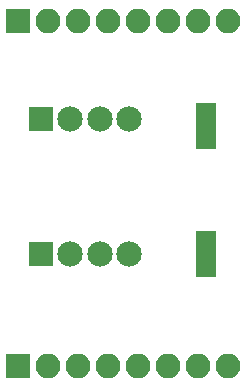
<source format=gts>
G04 #@! TF.FileFunction,Soldermask,Top*
%FSLAX46Y46*%
G04 Gerber Fmt 4.6, Leading zero omitted, Abs format (unit mm)*
G04 Created by KiCad (PCBNEW 4.0.7-e2-6376~58~ubuntu17.04.1) date Wed Oct  4 00:33:47 2017*
%MOMM*%
%LPD*%
G01*
G04 APERTURE LIST*
%ADD10C,0.100000*%
%ADD11R,2.150000X2.150000*%
%ADD12C,2.150000*%
%ADD13R,1.670000X1.370000*%
%ADD14R,2.100000X2.100000*%
%ADD15O,2.100000X2.100000*%
G04 APERTURE END LIST*
D10*
D11*
X152400000Y-116840000D03*
D12*
X154900000Y-116840000D03*
X157400000Y-116840000D03*
X159900000Y-116840000D03*
D13*
X166370000Y-107315000D03*
X166370000Y-106045000D03*
X166370000Y-104775000D03*
X166370000Y-118110000D03*
X166370000Y-116840000D03*
X166370000Y-115570000D03*
D11*
X152400000Y-105410000D03*
D12*
X154900000Y-105410000D03*
X157400000Y-105410000D03*
X159900000Y-105410000D03*
D14*
X150495000Y-126365000D03*
D15*
X153035000Y-126365000D03*
X155575000Y-126365000D03*
X158115000Y-126365000D03*
X160655000Y-126365000D03*
X163195000Y-126365000D03*
X165735000Y-126365000D03*
X168275000Y-126365000D03*
D14*
X150495000Y-97155000D03*
D15*
X153035000Y-97155000D03*
X155575000Y-97155000D03*
X158115000Y-97155000D03*
X160655000Y-97155000D03*
X163195000Y-97155000D03*
X165735000Y-97155000D03*
X168275000Y-97155000D03*
M02*

</source>
